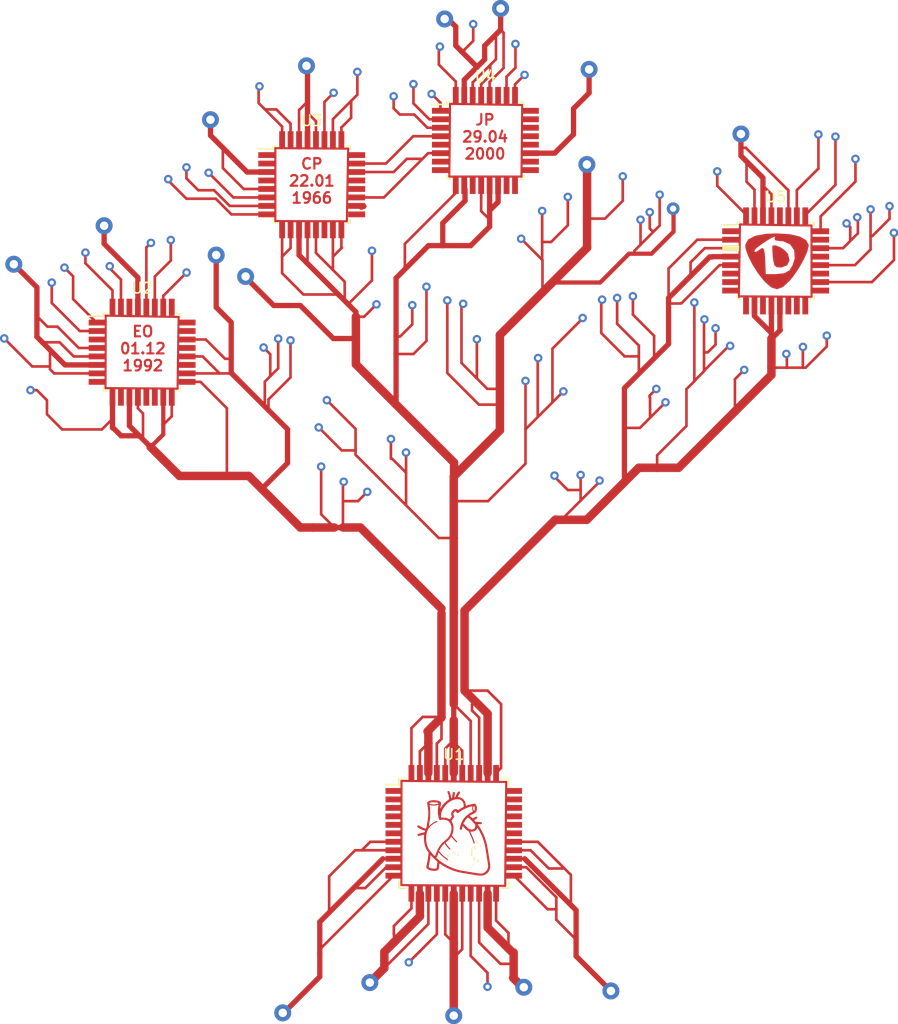
<source format=kicad_pcb>
(kicad_pcb (version 20211014) (generator pcbnew)
  (layers (0 "F.Cu" signal) (31 "B.Cu" signal) (34 "B.Paste" user) (35 "F.Paste" user) (36 "B.SilkS" user "B.Silkscreen") (37 "F.SilkS" user "F.Silkscreen") (38 "B.Mask" user) (39 "F.Mask" user) (44 "Edge.Cuts" user))
  (net 0 "")
  (net 5 "unconnected-(U1-Pad15)")
  (net 6 "unconnected-(U1-Pad19)")
  (net 14 "Net-(U1-Pad17)")
  (net 15 "Net-(U1-Pad18)")
  (net 18 "unconnected-(U1-Pad11)")
  (net 19 "unconnected-(U1-Pad12)")
  (net 20 "unconnected-(U1-Pad20)")
  (net 21 "unconnected-(U1-Pad23)")
  (net 26 "unconnected-(U2-Pad1)")
  (net 27 "unconnected-(U2-Pad2)")
  (net 28 "Net-(U2-Pad3)")
  (net 37 "unconnected-(U2-Pad26)")
  (net 38 "unconnected-(U2-Pad27)")
  (net 39 "unconnected-(U2-Pad28)")
  (net 40 "unconnected-(U2-Pad29)")
  (net 42 "unconnected-(U2-Pad31)")
  (net 43 "unconnected-(U2-Pad32)")
  (net 44 "unconnected-(U1-Pad41)")
  (net 45 "Net-(U2-Pad4)")
  (net 50 "Net-(U3-Pad3)")
  (net 51 "Net-(U3-Pad4)")
  (net 52 "unconnected-(U3-Pad7)")
  (net 53 "unconnected-(U3-Pad8)")
  (net 54 "unconnected-(U3-Pad12)")
  (net 57 "unconnected-(U3-Pad18)")
  (net 62 "unconnected-(U3-Pad23)")
  (net 65 "unconnected-(U3-Pad26)")
  (net 66 "unconnected-(U3-Pad27)")
  (net 68 "unconnected-(U3-Pad29)")
  (net 71 "unconnected-(U3-Pad32)")
  (net 72 "unconnected-(U4-Pad1)")
  (net 73 "unconnected-(U4-Pad2)")
  (net 74 "Net-(U4-Pad3)")
  (net 75 "Net-(U4-Pad4)")
  (net 83 "unconnected-(U4-Pad19)")
  (net 89 "unconnected-(U4-Pad25)")
  (net 90 "unconnected-(U4-Pad26)")
  (net 95 "unconnected-(U4-Pad31)")
  (net 96 "unconnected-(U4-Pad32)")
  (net 98 "Net-(U5-Pad4)")
  (net 106 "unconnected-(U5-Pad18)")
  (net 108 "unconnected-(U5-Pad20)")
  (net 110 "unconnected-(U5-Pad22)")
  (net 112 "unconnected-(U5-Pad24)")
  (net 113 "unconnected-(U5-Pad25)")
  (net 114 "unconnected-(U5-Pad26)")
  (net 116 "unconnected-(U5-Pad32)")
  (footprint "Package_QFP:TQFP-44_10x10mm_P0.8mm" (layer "F.Cu") (at 114.76 97.32)
    (fp_text reference "U1")
    (fp_text value "ATmega16L-8A")
  )
  (footprint "Package_QFP:TQFP-32_7x7mm_P0.8mm" (layer "F.Cu") (at 117.75 31.91)
    (fp_text reference "U4")
    (fp_text value "ATmega8-16A")
  )
  (footprint "Package_QFP:TQFP-32_7x7mm_P0.8mm" (layer "F.Cu") (at 101.34 36.09)
    (fp_text reference "U3")
    (fp_text value "ATmega8-16A")
  )
  (footprint "Package_QFP:TQFP-32_7x7mm_P0.8mm" (layer "F.Cu") (at 85.31 51.9)
    (fp_text reference "U2")
    (fp_text value "ATmega8-16A")
  )
  (footprint "Package_QFP:TQFP-32_7x7mm_P0.8mm" (layer "F.Cu") (at 145.18 43.28)
    (fp_text reference "U5")
    (fp_text value "ATmega8-16A")
  )
  (gr_line (start 121.16 35.32) (end 114.34 35.32) (layer "F.Cu") (width 0.2))
  (gr_line (start 109.81 102.21) (end 109.82 92.37) (layer "F.Cu") (width 0.2))
  (gr_line (start 114.34 35.32) (end 114.41 28.46) (layer "F.Cu") (width 0.2))
  (gr_line (start 148.57 46.67) (end 141.67 46.63) (layer "F.Cu") (width 0.2))
  (gr_line (start 88.76 48.57) (end 88.66 55.34) (layer "F.Cu") (width 0.2))
  (gr_line (start 114.41 28.46) (end 121.23 28.56) (layer "F.Cu") (width 0.2))
  (gr_line (start 81.85 48.45) (end 88.76 48.57) (layer "F.Cu") (width 0.2))
  (gr_line (start 81.87 48.45) (end 81.87 48.5) (layer "F.Cu") (width 0.2))
  (gr_line (start 97.9 32.64) (end 104.78 32.68) (layer "F.Cu") (width 0.2))
  (gr_line (start 121.23 28.56) (end 121.16 35.32) (layer "F.Cu") (width 0.2))
  (gr_line (start 104.78 32.68) (end 104.66 39.54) (layer "F.Cu") (width 0.2))
  (gr_line (start 81.85 55.29) (end 81.87 48.45) (layer "F.Cu") (width 0.2))
  (gr_line (start 97.9 39.52) (end 97.9 32.59) (layer "F.Cu") (width 0.2))
  (gr_line (start 141.81 39.84) (end 148.57 39.94) (layer "F.Cu") (width 0.2))
  (gr_line (start 109.82 92.37) (end 119.72 92.47) (layer "F.Cu") (width 0.2))
  (gr_line (start 119.62 102.28) (end 109.81 102.21) (layer "F.Cu") (width 0.2))
  (gr_line (start 119.72 92.47) (end 119.62 102.28) (layer "F.Cu") (width 0.2))
  (gr_line (start 88.66 55.34) (end 81.85 55.29) (layer "F.Cu") (width 0.2))
  (gr_line (start 104.66 39.54) (end 97.9 39.52) (layer "F.Cu") (width 0.2))
  (gr_line (start 148.57 39.94) (end 148.57 46.67) (layer "F.Cu") (width 0.2))
  (gr_line (start 141.7 46.7) (end 141.81 39.84) (layer "F.Cu") (width 0.2))
  (gr_text "CP\n22.01\n1966" (at 101.35 35.73) (layer "F.Cu") (effects (font (size 1 1) (thickness 0.2))))
  (gr_text "JP\n29.04\n2000" (at 117.72 31.57) (layer "F.Cu") (effects (font (size 1 1) (thickness 0.2))))
  (gr_text "EO\n01.12\n1992" (at 85.38 51.56) (layer "F.Cu") (effects (font (size 1 1) (thickness 0.2))))
  (segment (start 113.16 106.85) (end 110.51 109.5) (width 0.25) (layer "F.Cu") (net 5))
  (segment (start 113.16 103.02) (end 113.16 106.85) (width 0.25) (layer "F.Cu") (net 5))
  (via (at 110.51 109.5) (size 0.8) (drill 0.4) (layers "F.Cu" "B.Cu") (net 5))
  (segment (start 116.36 103.02) (end 116.36 108.9) (width 0.25) (layer "F.Cu") (net 6))
  (segment (start 116.36 108.9) (end 117.78 110.32) (width 0.25) (layer "F.Cu") (net 6))
  (segment (start 117.78 110.32) (end 117.95 110.49) (width 0.25) (layer "F.Cu") (net 6))
  (segment (start 117.95 110.49) (end 117.95 111.8) (width 0.25) (layer "F.Cu") (net 6))
  (via (at 117.95 111.8) (size 0.8) (drill 0.4) (layers "F.Cu" "B.Cu") (net 6))
  (segment (start 142.36 32.6) (end 141.9 32.6) (width 0.25) (layer "F.Cu") (net 14))
  (segment (start 141.9 33.36) (end 141.9 32.6) (width 0.5) (layer "F.Cu") (net 14))
  (segment (start 143.98 36.18) (end 143.98 35.44) (width 0.5) (layer "F.Cu") (net 14))
  (segment (start 146.38 36.62) (end 142.36 32.6) (width 0.25) (layer "F.Cu") (net 14))
  (segment (start 143.18 39.03) (end 143.18 36.56) (width 0.25) (layer "F.Cu") (net 14))
  (segment (start 146.38 39.03) (end 146.38 36.62) (width 0.25) (layer "F.Cu") (net 14))
  (segment (start 142.55 34.01) (end 141.9 33.36) (width 0.5) (layer "F.Cu") (net 14))
  (segment (start 143.18 36.56) (end 142.43 35.81) (width 0.25) (layer "F.Cu") (net 14))
  (segment (start 144.78 39.03) (end 144.78 36.98) (width 0.25) (layer "F.Cu") (net 14))
  (segment (start 143.98 35.44) (end 142.55 34.01) (width 0.5) (layer "F.Cu") (net 14))
  (segment (start 143.98 39.03) (end 143.98 36.18) (width 0.5) (layer "F.Cu") (net 14))
  (segment (start 142.43 34.13) (end 142.55 34.01) (width 0.25) (layer "F.Cu") (net 14))
  (segment (start 141.9 32.6) (end 141.9 31.3) (width 0.5) (layer "F.Cu") (net 14))
  (segment (start 142.43 35.81) (end 142.43 34.13) (width 0.25) (layer "F.Cu") (net 14))
  (segment (start 144.78 36.98) (end 143.98 36.18) (width 0.25) (layer "F.Cu") (net 14))
  (via (at 141.9 31.3) (size 1.6) (drill 0.8) (layers "F.Cu" "B.Cu") (net 14))
  (segment (start 114.76 109.06) (end 114.76 114.53) (width 0.8) (layer "F.Cu") (net 15))
  (segment (start 115.56 108.26) (end 114.76 109.06) (width 0.25) (layer "F.Cu") (net 15))
  (segment (start 115.56 103.02) (end 115.56 108.26) (width 0.25) (layer "F.Cu") (net 15))
  (segment (start 114.76 107.67) (end 114.76 109.06) (width 0.8) (layer "F.Cu") (net 15))
  (segment (start 113.96 106.87) (end 114.76 107.67) (width 0.25) (layer "F.Cu") (net 15))
  (segment (start 114.76 103.02) (end 114.76 107.67) (width 0.8) (layer "F.Cu") (net 15))
  (segment (start 113.96 103.02) (end 113.96 106.87) (width 0.25) (layer "F.Cu") (net 15))
  (segment (start 114.76 114.53) (end 114.84 114.61) (width 0.25) (layer "F.Cu") (net 15))
  (via (at 114.76 114.53) (size 1.6) (drill 0.8) (layers "F.Cu" "B.Cu") (net 15))
  (segment (start 98.69 114.27) (end 98.6 114.27) (width 0.25) (layer "F.Cu") (net 18))
  (segment (start 109.06 101.32) (end 102.1 108.28) (width 0.25) (layer "F.Cu") (net 18))
  (segment (start 108.37 100.52) (end 106.4 102.49) (width 0.25) (layer "F.Cu") (net 18))
  (segment (start 109.06 98.12) (end 106.87 98.12) (width 0.25) (layer "F.Cu") (net 18))
  (segment (start 109.06 99.72) (end 108.06 99.72) (width 0.25) (layer "F.Cu") (net 18))
  (segment (start 106.4 102.49) (end 105.48 102.49) (width 0.25) (layer "F.Cu") (net 18))
  (segment (start 108.06 99.72) (end 105.385 102.395) (width 0.5) (layer "F.Cu") (net 18))
  (segment (start 102.1 108.67) (end 102.1 110.86) (width 0.5) (layer "F.Cu") (net 18))
  (segment (start 109.06 98.92) (end 106.07 98.92) (width 0.25) (layer "F.Cu") (net 18))
  (segment (start 105.44 98.92) (end 102.985 101.375) (width 0.25) (layer "F.Cu") (net 18))
  (segment (start 102.1 108.28) (end 102.1 108.67) (width 0.25) (layer "F.Cu") (net 18))
  (segment (start 102.1 110.86) (end 98.69 114.27) (width 0.5) (layer "F.Cu") (net 18))
  (segment (start 109.06 100.52) (end 108.37 100.52) (width 0.25) (layer "F.Cu") (net 18))
  (segment (start 105.48 102.49) (end 105.385 102.395) (width 0.25) (layer "F.Cu") (net 18))
  (segment (start 105.385 102.395) (end 102.985 104.795) (width 0.5) (layer "F.Cu") (net 18))
  (segment (start 102.1 105.68) (end 102.1 108.67) (width 0.5) (layer "F.Cu") (net 18))
  (segment (start 102.985 101.375) (end 102.985 104.795) (width 0.25) (layer "F.Cu") (net 18))
  (segment (start 106.87 98.12) (end 106.07 98.92) (width 0.25) (layer "F.Cu") (net 18))
  (segment (start 106.07 98.92) (end 105.44 98.92) (width 0.25) (layer "F.Cu") (net 18))
  (segment (start 102.985 104.795) (end 102.1 105.68) (width 0.5) (layer "F.Cu") (net 18))
  (via (at 98.6 114.27) (size 1.6) (drill 0.8) (layers "F.Cu" "B.Cu") (net 18))
  (segment (start 110.76 103.02) (end 110.76 104.41) (width 0.25) (layer "F.Cu") (net 19))
  (segment (start 108.2 108.52) (end 108.2 110.04) (width 0.8) (layer "F.Cu") (net 19))
  (segment (start 112.36 105.88) (end 108.2 110.04) (width 0.25) (layer "F.Cu") (net 19))
  (segment (start 109.115 107.605) (end 108.2 108.52) (width 0.8) (layer "F.Cu") (net 19))
  (segment (start 108.2 110.04) (end 106.83 111.41) (width 0.8) (layer "F.Cu") (net 19))
  (segment (start 109.1 106.07) (end 109.1 106.806828) (width 0.25) (layer "F.Cu") (net 19))
  (segment (start 112.36 103.02) (end 112.36 105.88) (width 0.25) (layer "F.Cu") (net 19))
  (segment (start 111.56 105.16) (end 109.115 107.605) (width 0.8) (layer "F.Cu") (net 19))
  (segment (start 109.115 106.845) (end 109.115 107.605) (width 0.25) (layer "F.Cu") (net 19))
  (segment (start 110.76 104.41) (end 109.1 106.07) (width 0.25) (layer "F.Cu") (net 19))
  (segment (start 109.088414 106.818414) (end 109.115 106.845) (width 0.25) (layer "F.Cu") (net 19))
  (segment (start 109.1 106.806828) (end 109.088414 106.818414) (width 0.25) (layer "F.Cu") (net 19))
  (segment (start 111.56 103.02) (end 111.56 105.16) (width 0.8) (layer "F.Cu") (net 19))
  (via (at 106.83 111.41) (size 1.6) (drill 0.8) (layers "F.Cu" "B.Cu") (net 19))
  (segment (start 120.42 109.64) (end 120.42 110.91) (width 0.8) (layer "F.Cu") (net 20))
  (segment (start 120.31 108.57) (end 120.42 108.57) (width 0.25) (layer "F.Cu") (net 20))
  (segment (start 121.26 111.85) (end 121.38 111.85) (width 0.25) (layer "F.Cu") (net 20))
  (segment (start 119.93 106.72) (end 119.93 108.04) (width 0.25) (layer "F.Cu") (net 20))
  (segment (start 117.96 106.22) (end 118.13 106.39) (width 0.25) (layer "F.Cu") (net 20))
  (segment (start 120.37 110.96) (end 121.26 111.85) (width 0.8) (layer "F.Cu") (net 20))
  (segment (start 119.93 108.04) (end 119.855 108.115) (width 0.25) (layer "F.Cu") (net 20))
  (segment (start 119.855 108.115) (end 120.31 108.57) (width 0.8) (layer "F.Cu") (net 20))
  (segment (start 120.42 110.91) (end 120.37 110.96) (width 0.25) (layer "F.Cu") (net 20))
  (segment (start 118.13 106.39) (end 119.855 108.115) (width 0.8) (layer "F.Cu") (net 20))
  (segment (start 120.42 108.57) (end 120.42 109.64) (width 0.8) (layer "F.Cu") (net 20))
  (segment (start 119.17 109.64) (end 120.42 109.64) (width 0.25) (layer "F.Cu") (net 20))
  (segment (start 117.96 103.02) (end 117.96 106.22) (width 0.8) (layer "F.Cu") (net 20))
  (segment (start 118.76 103.02) (end 118.76 105.55) (width 0.25) (layer "F.Cu") (net 20))
  (segment (start 117.16 103.02) (end 117.16 107.63) (width 0.25) (layer "F.Cu") (net 20))
  (segment (start 117.16 107.63) (end 119.17 109.64) (width 0.25) (layer "F.Cu") (net 20))
  (segment (start 118.76 105.55) (end 119.93 106.72) (width 0.25) (layer "F.Cu") (net 20))
  (via (at 121.38 111.85) (size 1.6) (drill 0.8) (layers "F.Cu" "B.Cu") (net 20))
  (segment (start 124.45 103.35) (end 124.45 104.49) (width 0.25) (layer "F.Cu") (net 21))
  (segment (start 125.03 100.64) (end 125.125 100.545) (width 0.25) (layer "F.Cu") (net 21))
  (segment (start 126.32 107.64) (end 126.32 108.91) (width 0.5) (layer "F.Cu") (net 21))
  (segment (start 120.46 101.32) (end 123.63 104.49) (width 0.25) (layer "F.Cu") (net 21))
  (segment (start 122.02 98.92) (end 123.74 100.64) (width 0.25) (layer "F.Cu") (net 21))
  (segment (start 123.74 100.64) (end 125.03 100.64) (width 0.25) (layer "F.Cu") (net 21))
  (segment (start 120.46 99.72) (end 121.46 99.72) (width 0.25) (layer "F.Cu") (net 21))
  (segment (start 120.46 98.12) (end 122.7 98.12) (width 0.25) (layer "F.Cu") (net 21))
  (segment (start 123.63 104.49) (end 124.45 104.49) (width 0.25) (layer "F.Cu") (net 21))
  (segment (start 126.32 104.58) (end 126.32 107.35) (width 0.5) (layer "F.Cu") (net 21))
  (segment (start 126.32 108.91) (end 129.61 112.2) (width 0.5) (layer "F.Cu") (net 21))
  (segment (start 120.46 98.92) (end 122.02 98.92) (width 0.25) (layer "F.Cu") (net 21))
  (segment (start 124.45 104.49) (end 124.45 105.48) (width 0.25) (layer "F.Cu") (net 21))
  (segment (start 121.46 99.72) (end 125.83 104.09) (width 0.5) (layer "F.Cu") (net 21))
  (segment (start 126.32 107.35) (end 126.32 107.64) (width 0.5) (layer "F.Cu") (net 21))
  (segment (start 121.62 100.52) (end 124.45 103.35) (width 0.25) (layer "F.Cu") (net 21))
  (segment (start 122.7 98.12) (end 125.125 100.545) (width 0.25) (layer "F.Cu") (net 21))
  (segment (start 125.83 104.09) (end 126.32 104.58) (width 0.5) (layer "F.Cu") (net 21))
  (segment (start 120.46 100.52) (end 121.62 100.52) (width 0.25) (layer "F.Cu") (net 21))
  (segment (start 124.45 105.48) (end 126.32 107.35) (width 0.25) (layer "F.Cu") (net 21))
  (segment (start 125.83 101.25) (end 125.83 104.09) (width 0.25) (layer "F.Cu") (net 21))
  (segment (start 125.125 100.545) (end 125.83 101.25) (width 0.25) (layer "F.Cu") (net 21))
  (via (at 129.61 112.2) (size 1.6) (drill 0.8) (layers "F.Cu" "B.Cu") (net 21))
  (segment (start 77.94 43.89) (end 77.94 43.88) (width 0.25) (layer "F.Cu") (net 26))
  (segment (start 78.79 44.74) (end 77.97 43.92) (width 0.25) (layer "F.Cu") (net 26))
  (segment (start 77.97 43.92) (end 77.94 43.89) (width 0.25) (layer "F.Cu") (net 26))
  (segment (start 81.06 49.1) (end 81 49.1) (width 0.25) (layer "F.Cu") (net 26))
  (segment (start 78.79 46.89) (end 78.79 44.74) (width 0.25) (layer "F.Cu") (net 26))
  (segment (start 81 49.1) (end 78.79 46.89) (width 0.25) (layer "F.Cu") (net 26))
  (via (at 77.97 43.92) (size 0.8) (drill 0.4) (layers "F.Cu" "B.Cu") (net 26))
  (segment (start 81.06 49.9) (end 79.42 49.9) (width 0.25) (layer "F.Cu") (net 27))
  (segment (start 76.77 47.25) (end 76.77 45.33) (width 0.25) (layer "F.Cu") (net 27))
  (segment (start 79.42 49.9) (end 76.77 47.25) (width 0.25) (layer "F.Cu") (net 27))
  (via (at 76.77 45.33) (size 0.8) (drill 0.4) (layers "F.Cu" "B.Cu") (net 27))
  (segment (start 87.31 46.58) (end 89.51 44.38) (width 0.25) (layer "F.Cu") (net 37))
  (segment (start 87.31 47.65) (end 87.31 46.58) (width 0.25) (layer "F.Cu") (net 37))
  (segment (start 89.51 44.38) (end 89.65 44.24) (width 0.25) (layer "F.Cu") (net 37))
  (via (at 89.51 44.38) (size 0.8) (drill 0.4) (layers "F.Cu" "B.Cu") (net 37))
  (segment (start 88.02 43.25) (end 88.02 41.31) (width 0.25) (layer "F.Cu") (net 38))
  (segment (start 86.51 47.65) (end 86.51 44.76) (width 0.25) (layer "F.Cu") (net 38))
  (segment (start 88.02 41.31) (end 87.98 41.27) (width 0.25) (layer "F.Cu") (net 38))
  (segment (start 86.51 44.76) (end 88.02 43.25) (width 0.25) (layer "F.Cu") (net 38))
  (via (at 88.02 41.31) (size 0.8) (drill 0.4) (layers "F.Cu" "B.Cu") (net 38))
  (segment (start 85.71 42.01) (end 86.14 41.58) (width 0.25) (layer "F.Cu") (net 39))
  (segment (start 85.71 47.65) (end 85.71 42.01) (width 0.25) (layer "F.Cu") (net 39))
  (via (at 86.14 41.58) (size 0.8) (drill 0.4) (layers "F.Cu" "B.Cu") (net 39))
  (segment (start 84.91 44.85) (end 82.41 42.35) (width 0.5) (layer "F.Cu") (net 40))
  (segment (start 82.41 42.35) (end 81.72 41.66) (width 0.5) (layer "F.Cu") (net 40))
  (segment (start 81.72 41.66) (end 81.72 39.96) (width 0.5) (layer "F.Cu") (net 40))
  (segment (start 84.91 47.65) (end 84.91 44.85) (width 0.5) (layer "F.Cu") (net 40))
  (via (at 81.72 39.96) (size 1.6) (drill 0.8) (layers "F.Cu" "B.Cu") (net 40))
  (segment (start 83.31 47.65) (end 83.31 45.04) (width 0.25) (layer "F.Cu") (net 42))
  (segment (start 83.31 45.04) (end 82.15 43.88) (width 0.25) (layer "F.Cu") (net 42))
  (segment (start 82.15 43.88) (end 82.25 43.78) (width 0.25) (layer "F.Cu") (net 42))
  (via (at 82.25 43.78) (size 0.8) (drill 0.4) (layers "F.Cu" "B.Cu") (net 42))
  (segment (start 82.51 47.65) (end 82.51 46.06) (width 0.25) (layer "F.Cu") (net 43))
  (segment (start 79.95 43.5) (end 79.95 42.5) (width 0.25) (layer "F.Cu") (net 43))
  (segment (start 82.51 46.06) (end 79.95 43.5) (width 0.25) (layer "F.Cu") (net 43))
  (via (at 79.95 42.5) (size 0.8) (drill 0.4) (layers "F.Cu" "B.Cu") (net 43))
  (segment (start 113.6 86.33) (end 113.65 86.38) (width 0.25) (layer "F.Cu") (net 44))
  (segment (start 92.63 53.9) (end 89.56 53.9) (width 0.25) (layer "F.Cu") (net 44))
  (segment (start 97.25 57.37) (end 99.05 59.17) (width 0.5) (layer "F.Cu") (net 44))
  (segment (start 96.905 57.025) (end 96.905 54.685) (width 0.25) (layer "F.Cu") (net 44))
  (segment (start 85.05 59.79) (end 83.32 59.79) (width 0.5) (layer "F.Cu") (net 44))
  (segment (start 93.15 52.52) (end 91.33 50.7) (width 0.25) (layer "F.Cu") (net 44))
  (segment (start 82.57 59.04) (end 82.51 59.04) (width 0.5) (layer "F.Cu") (net 44))
  (segment (start 97.42 54.17) (end 97.42 52.09) (width 0.25) (layer "F.Cu") (net 44))
  (segment (start 85.395 60.135) (end 85.05 59.79) (width 0.5) (layer "F.Cu") (net 44))
  (segment (start 113.6 76.11) (end 105.94 68.45) (width 0.8) (layer "F.Cu") (net 44))
  (segment (start 93.32 57.19) (end 93.32 63.58) (width 0.25) (layer "F.Cu") (net 44))
  (segment (start 104.29 65.96) (end 105.71 65.96) (width 0.25) (layer "F.Cu") (net 44))
  (segment (start 82.51 58.19) (end 81.51 59.19) (width 0.25) (layer "F.Cu") (net 44))
  (segment (start 102.23 62.7) (end 102.24 62.69) (width 0.25) (layer "F.Cu") (net 44))
  (segment (start 81.51 59.19) (end 77.75 59.19) (width 0.25) (layer "F.Cu") (net 44))
  (segment (start 105.71 65.96) (end 106.59 65.08) (width 0.25) (layer "F.Cu") (net 44))
  (segment (start 86.115 60.855) (end 85.395 60.135) (width 0.5) (layer "F.Cu") (net 44))
  (segment (start 98.17 53.42) (end 98.17 50.62) (width 0.25) (layer "F.Cu") (net 44))
  (segment (start 113.16 88.85) (end 113.6 88.41) (width 0.25) (layer "F.Cu") (net 44))
  (segment (start 110.76 87.39) (end 111.82 86.33) (width 0.25) (layer "F.Cu") (net 44))
  (segment (start 88.11 57.95) (end 88.11 56.15) (width 0.25) (layer "F.Cu") (net 44))
  (segment (start 96.905 57.025) (end 97.25 57.37) (width 0.5) (layer "F.Cu") (net 44))
  (segment (start 93.78 53.9) (end 92.63 53.9) (width 0.25) (layer "F.Cu") (net 44))
  (segment (start 84.91 56.15) (end 84.91 57.2) (width 0.25) (layer "F.Cu") (net 44))
  (segment (start 91.03 52.3) (end 89.56 52.3) (width 0.25) (layer "F.Cu") (net 44))
  (segment (start 100.26 68.45) (end 96.615 64.805) (width 0.8) (layer "F.Cu") (net 44))
  (segment (start 110.76 91.62) (end 110.76 87.39) (width 0.25) (layer "F.Cu") (net 44))
  (segment (start 95.39 63.58) (end 93.32 63.58) (width 0.8) (layer "F.Cu") (net 44))
  (segment (start 76.32 56.44) (end 75.36 55.48) (width 0.25) (layer "F.Cu") (net 44))
  (segment (start 87.31 59.66) (end 86.115 60.855) (width 0.4) (layer "F.Cu") (net 44))
  (segment (start 111.56 91.62) (end 111.56 89.59) (width 0.25) (layer "F.Cu") (net 44))
  (segment (start 113.6 86.38) (end 113.65 86.38) (width 0.25) (layer "F.Cu") (net 44))
  (segment (start 104.29 64.2) (end 104.36 64.13) (width 0.25) (layer "F.Cu") (net 44))
  (segment (start 112.36 87.78) (end 112.28 87.7) (width 0.25) (layer "F.Cu") (net 44))
  (segment (start 111.56 89.59) (end 112.36 88.79) (width 0.25) (layer "F.Cu") (net 44))
  (segment (start 89.56 54.7) (end 90.83 54.7) (width 0.25) (layer "F.Cu") (net 44))
  (segment (start 99.33 54.28) (end 99.33 50.78) (width 0.25) (layer "F.Cu") (net 44))
  (segment (start 99.05 59.17) (end 99.05 62.37) (width 0.5) (layer "F.Cu") (net 44))
  (segment (start 77.75 59.19) (end 76.32 57.76) (width 0.25) (layer "F.Cu") (net 44))
  (segment (start 112.36 91.62) (end 112.36 88.79) (width 0.8) (layer "F.Cu") (net 44))
  (segment (start 85.05 59.79) (end 84.11 58.85) (width 0.5) (layer "F.Cu") (net 44))
  (segment (start 113.6 76.55) (end 113.6 76.11) (width 0.5) (layer "F.Cu") (net 44))
  (segment (start 84.91 57.2) (end 85.395 57.685) (width 0.25) (layer "F.Cu") (net 44))
  (segment (start 97.42 54.17) (end 98.17 53.42) (width 0.25) (layer "F.Cu") (net 44))
  (segment (start 105.94 68.45) (end 104.29 68.45) (width 0.8) (layer "F.Cu") (net 44))
  (segment (start 88.84 63.58) (end 86.115 60.855) (width 0.8) (layer "F.Cu") (net 44))
  (segment (start 75.36 55.48) (end 74.76 55.48) (width 0.25) (layer "F.Cu") (net 44))
  (segment (start 85.395 57.685) (end 85.395 60.135) (width 0.25) (layer "F.Cu") (net 44))
  (segment (start 93.73 53.85) (end 94.535 54.655) (width 0.5) (layer "F.Cu") (net 44))
  (segment (start 104.29 68.45) (end 103.48 68.45) (width 0.5) (layer "F.Cu") (net 44))
  (segment (start 93.73 52.52) (end 93.73 53.85) (width 0.5) (layer "F.Cu") (net 44))
  (segment (start 112.36 88.79) (end 112.36 87.78) (width 0.8) (layer "F.Cu") (net 44))
  (segment (start 76.32 57.76) (end 76.32 56.44) (width 0.25) (layer "F.Cu") (net 44))
  (segment (start 103.48 68.45) (end 101.43 68.45) (width 0.8) (layer "F.Cu") (net 44))
  (segment (start 87.31 58.75) (end 88.11 57.95) (width 0.25) (layer "F.Cu") (net 44))
  (segment (start 111.82 86.33) (end 113.6 86.33) (width 0.25) (layer "F.Cu") (net 44))
  (segment (start 92.63 53.9) (end 91.03 52.3) (width 0.25) (layer "F.Cu") (net 44))
  (segment (start 104.29 68.45) (end 104.29 65.96) (width 0.25) (layer "F.Cu") (net 44))
  (segment (start 94.535 54.655) (end 93.78 53.9) (width 0.5) (layer "F.Cu") (net 44))
  (segment (start 91.33 50.7) (end 89.56 50.7) (width 0.25) (layer "F.Cu") (net 44))
  (segment (start 112.28 87.7) (end 113.6 86.38) (width 0.8) (layer "F.Cu") (net 44))
  (segment (start 82.51 59.04) (end 82.51 58.19) (width 0.5) (layer "F.Cu") (net 44))
  (segment (start 92.31 42.73) (end 92.31 47.66) (width 0.5) (layer "F.Cu") (net 44))
  (segment (start 84.11 58.85) (end 84.11 56.15) (width 0.5) (layer "F.Cu") (net 44))
  (segment (start 96.905 54.685) (end 97.42 54.17) (width 0.25) (layer "F.Cu") (net 44))
  (segment (start 97.42 52.09) (end 96.79 51.46) (width 0.25) (layer "F.Cu") (net 44))
  (segment (start 97.25 56.36) (end 99.33 54.28) (width 0.25) (layer "F.Cu") (net 44))
  (segment (start 82.51 58.19) (end 82.51 56.15) (width 0.5) (layer "F.Cu") (net 44))
  (segment (start 104.29 65.96) (end 104.29 64.2) (width 0.25) (layer "F.Cu") (net 44))
  (segment (start 113.6 86.38) (end 113.6 76.55) (width 0.8) (layer "F.Cu") (net 44))
  (segment (start 103.48 68.45) (end 102.23 67.2) (width 0.25) (layer "F.Cu") (net 44))
  (segment (start 96.615 64.805) (end 95.39 63.58) (width 0.8) (layer "F.Cu") (net 44))
  (segment (start 93.32 63.58) (end 88.84 63.58) (width 0.8) (layer "F.Cu") (net 44))
  (segment (start 87.31 56.15) (end 87.31 58.75) (width 0.4) (layer "F.Cu") (net 44))
  (segment (start 113.16 91.62) (end 113.16 88.85) (width 0.25) (layer "F.Cu") (net 44))
  (segment (start 101.43 68.45) (end 100.26 68.45) (width 0.8) (layer "F.Cu") (net 44))
  (segment (start 90.83 54.7) (end 93.32 57.19) (width 0.25) (layer "F.Cu") (net 44))
  (segment (start 92.31 47.66) (end 93.73 49.08) (width 0.5) (layer "F.Cu") (net 44))
  (segment (start 94.535 54.655) (end 96.905 57.025) (width 0.5) (layer "F.Cu") (net 44))
  (segment (start 113.6 88.41) (end 113.6 86.38) (width 0.25) (layer "F.Cu") (net 44))
  (segment (start 97.25 57.37) (end 97.25 56.36) (width 0.25) (layer "F.Cu") (net 44))
  (segment (start 93.73 49.08) (end 93.73 52.52) (width 0.5) (layer "F.Cu") (net 44))
  (segment (start 102.23 67.2) (end 102.23 62.7) (width 0.25) (layer "F.Cu") (net 44))
  (segment (start 93.73 52.52) (end 93.15 52.52) (width 0.25) (layer "F.Cu") (net 44))
  (segment (start 87.31 58.75) (end 87.31 59.66) (width 0.4) (layer "F.Cu") (net 44))
  (segment (start 99.05 62.37) (end 96.615 64.805) (width 0.5) (layer "F.Cu") (net 44))
  (segment (start 83.32 59.79) (end 82.57 59.04) (width 0.5) (layer "F.Cu") (net 44))
  (segment (start 113.6 76.55) (end 113.65 76.5) (width 0.5) (layer "F.Cu") (net 44))
  (via (at 106.59 65.08) (size 0.8) (drill 0.4) (layers "F.Cu" "B.Cu") (net 44))
  (via (at 102.23 62.7) (size 0.8) (drill 0.4) (layers "F.Cu" "B.Cu") (net 44))
  (via (at 92.31 42.73) (size 1.6) (drill 0.8) (layers "F.Cu" "B.Cu") (net 44))
  (via (at 96.79 51.46) (size 0.8) (drill 0.4) (layers "F.Cu" "B.Cu") (net 44))
  (via (at 98.17 50.62) (size 0.8) (drill 0.4) (layers "F.Cu" "B.Cu") (net 44))
  (via (at 99.33 50.78) (size 0.8) (drill 0.4) (layers "F.Cu" "B.Cu") (net 44))
  (via (at 104.36 64.13) (size 0.8) (drill 0.4) (layers "F.Cu" "B.Cu") (net 44))
  (via (at 74.76 55.48) (size 0.8) (drill 0.4) (layers "F.Cu" "B.Cu") (net 44))
  (segment (start 140.93 43.68) (end 139.88 43.68) (width 0.25) (layer "F.Cu") (net 45))
  (segment (start 124.28 63.65) (end 124.28 63.55) (width 0.25) (layer "F.Cu") (net 45))
  (segment (start 133.695 52.485) (end 135.06 51.12) (width 0.5) (layer "F.Cu") (net 45))
  (segment (start 135.06 47.3) (end 135.06 46.79) (width 0.5) (layer "F.Cu") (net 45))
  (segment (start 76.605 53.245) (end 76.605 51.685) (width 0.25) (layer "F.Cu") (net 45))
  (segment (start 132.25 52.29) (end 132.25 51.27) (width 0.25) (layer "F.Cu") (net 45))
  (segment (start 141.33 54.45) (end 142.21 53.57) (width 0.25) (layer "F.Cu") (net 45))
  (segment (start 137.495 47.205) (end 137.51 47.19) (width 0.25) (layer "F.Cu") (net 45))
  (segment (start 128.7 50.09) (end 128.7 47.02) (width 0.25) (layer "F.Cu") (net 45))
  (segment (start 141.33 57.49) (end 144.78 54.04) (width 0.8) (layer "F.Cu") (net 45))
  (segment (start 133.98 62.81) (end 136.01 62.81) (width 0.8) (layer "F.Cu") (net 45))
  (segment (start 137.545 54.565) (end 138.41 53.7) (width 0.25) (layer "F.Cu") (net 45))
  (segment (start 147.75 53.36) (end 147.75 51.41) (width 0.25) (layer "F.Cu") (net 45))
  (segment (start 117.96 83.85) (end 115.78 83.85) (width 0.25) (layer "F.Cu") (net 45))
  (segment (start 124.94 67.72) (end 127.33 67.72) (width 0.8) (layer "F.Cu") (net 45))
  (segment (start 133.695 52.485) (end 133.695 50.355) (width 0.25) (layer "F.Cu") (net 45))
  (segment (start 117.16 86.4) (end 116.49 85.73) (width 0.25) (layer "F.Cu") (net 45))
  (segment (start 77.515 50.965) (end 75.885 50.965) (width 0.25) (layer "F.Cu") (net 45))
  (segment (start 145.58 49.77) (end 145.58 47.53) (width 0.5) (layer "F.Cu") (net 45))
  (segment (start 150.01 51.36) (end 150.01 50.34) (width 0.25) (layer "F.Cu") (net 45))
  (segment (start 137.14 44.71) (end 138.94 42.91) (width 0.5) (layer "F.Cu") (net 45))
  (segment (start 137.78 41.28) (end 135.06 44) (width 0.25) (layer "F.Cu") (net 45))
  (segment (start 132.55 53.63) (end 132.25 53.63) (width 0.25) (layer "F.Cu") (net 45))
  (segment (start 81.06 53.1) (end 78.02 53.1) (width 0.5) (layer "F.Cu") (net 45))
  (segment (start 76.605 51.685) (end 75.885 50.965) (width 0.5) (layer "F.Cu") (net 45))
  (segment (start 138.77 51.91) (end 139.5 51.18) (width 0.25) (layer "F.Cu") (net 45))
  (segment (start 117.16 91.62) (end 117.16 86.4) (width 0.25) (layer "F.Cu") (net 45))
  (segment (start 139.49 52.57) (end 140.76 51.3) (width 0.25) (layer "F.Cu") (net 45))
  (segment (start 76.605 53.505) (end 76.605 53.245) (width 0.25) (layer "F.Cu") (net 45))
  (segment (start 132.55 53.63) (end 133.695 52.485) (width 0.5) (layer "F.Cu") (net 45))
  (segment (start 139.17 42.91) (end 139.2 42.88) (width 0.5) (layer "F.Cu") (net 45))
  (segment (start 130.885 59.045) (end 132.355 59.045) (width 0.25) (layer "F.Cu") (net 45))
  (segment (start 76.605 53.245) (end 74.925 53.245) (width 0.25) (layer "F.Cu") (net 45))
  (segment (start 133.27 56.15) (end 133.27 56) (width 0.25) (layer "F.Cu") (net 45))
  (segment (start 75.885 50.965) (end 75.37 50.45) (width 0.5) (layer "F.Cu") (net 45))
  (segment (start 81.06 51.5) (end 79.32 51.5) (width 0.25) (layer "F.Cu") (net 45))
  (segment (start 126.75 64.91) (end 125.54 64.91) (width 0.25) (layer "F.Cu") (net 45))
  (segment (start 138.41 51.91) (end 138.41 48.84) (width 0.25) (layer "F.Cu") (net 45))
  (segment (start 144.78 53.36) (end 144.78 50.61) (width 0.8) (layer "F.Cu") (net 45))
  (segment (start 125.54 64.91) (end 124.28 63.65) (width 0.25) (layer "F.Cu") (net 45))
  (segment (start 133.98 62.81) (end 133.98 61.63) (width 0.25) (layer "F.Cu") (net 45))
  (segment (start 140.93 41.28) (end 137.78 41.28) (width 0.25) (layer "F.Cu") (net 45))
  (segment (start 135.06 46.79) (end 137.14 44.71) (width 0.5) (layer "F.Cu") (net 45))
  (segment (start 117.96 91.62) (end 117.96 86.03) (width 0.8) (layer "F.Cu") (net 45))
  (segment (start 77.31 49.49) (end 76.36 49.49) (width 0.25) (layer "F.Cu") (net 45))
  (segment (start 133.31 58.09) (end 133.31 56.19) (width 0.25) (layer "F.Cu") (net 45))
  (segment (start 144.78 50.61) (end 144.78 50.09) (width 0.5) (layer "F.Cu") (net 45))
  (segment (start 74.925 53.245) (end 72.28 50.6) (width 0.25) (layer "F.Cu") (net 45))
  (segment (start 145.62 49.81) (end 145.58 49.77) (width 0.5) (layer "F.Cu") (net 45))
  (segment (start 139.2 42.88) (end 140.93 42.88) (width 0.5) (layer "F.Cu") (net 45))
  (segment (start 141.33 57.49) (end 141.33 54.45) (width 0.25) (layer "F.Cu") (net 45))
  (segment (start 115.78 83.85) (end 115.78 76.29) (width 0.8) (layer "F.Cu") (net 45))
  (segment (start 132.25 52.29) (end 130.9 52.29) (width 0.25) (layer "F.Cu") (net 45))
  (segment (start 144.78 53.36) (end 146.24 53.36) (width 0.25) (layer "F.Cu") (net 45))
  (segment (start 75.37 48.4) (end 75.37 45.78) (width 0.5) (layer "F.Cu") (net 45))
  (segment (start 133.31 58.09) (end 134.77 56.63) (width 0.25) (layer "F.Cu") (net 45))
  (segment (start 127.33 67.72) (end 130.885 64.165) (width 0.8) (layer "F.Cu") (net 45))
  (segment (start 133.31 56.19) (end 133.27 56.15) (width 0.25) (layer "F.Cu") (net 45))
  (segment (start 79.32 51.5) (end 77.31 49.49) (width 0.25) (layer "F.Cu") (net 45))
  (segment (start 117.96 86.03) (end 116.79 84.86) (width 0.8) (layer "F.Cu") (net 45))
  (segment (start 146.24 53.36) (end 146.24 52.11) (width 0.25) (layer "F.Cu") (net 45))
  (segment (start 138.41 51.91) (end 138.77 51.91) (width 0.25) (layer "F.Cu") (net 45))
  (segment (start 137.495 54.565) (end 137.545 54.565) (width 0.25) (layer "F.Cu") (net 45))
  (segment (start 146.24 52.11) (end 146.19 52.06) (width 0.25) (layer "F.Cu") (net 45))
  (segment (start 132.355 59.045) (end 133.31 58.09) (width 0.25) (layer "F.Cu") (net 45))
  (segment (start 124.37 67.7) (end 124.39 67.72) (width 0.5) (layer "F.Cu") (net 45))
  (segment (start 116.79 84.86) (end 115.78 83.85) (width 0.8) (layer "F.Cu") (net 45))
  (segment (start 75.37 45.78) (end 73.185 43.595) (width 0.5) (layer "F.Cu") (net 45))
  (segment (start 78.85 52.3) (end 77.515 50.965) (width 0.25) (layer "F.Cu") (net 45))
  (segment (start 144.78 54.04) (end 144.78 53.36) (width 0.8) (layer "F.Cu") (net 45))
  (segment (start 116.49 85.73) (end 116.49 85.16) (width 0.25) (layer "F.Cu") (net 45))
  (segment (start 130.2 49.22) (end 130.2 46.78) (width 0.25) (layer "F.Cu") (net 45))
  (segment (start 140.93 42.08) (end 138.48 42.08) (width 0.25) (layer "F.Cu") (net 45))
  (segment (start 132.25 53.63) (end 132.25 52.29) (width 0.25) (layer "F.Cu") (net 45))
  (segment (start 130.885 64.165) (end 130.885 59.045) (width 0.5) (layer "F.Cu") (net 45))
  (segment (start 116.49 85.16) (end 116.79 84.86) (width 0.25) (layer "F.Cu") (net 45))
  (segment (start 126.75 65.91) (end 128.54 64.12) (width 0.25) (layer "F.Cu") (net 45))
  (segment (start 77 53.9) (end 76.605 53.505) (width 0.25) (layer "F.Cu") (net 45))
  (segment (start 133.98 61.63) (end 136.75 58.86) (width 0.25) (layer "F.Cu") (net 45))
  (segment (start 131.69 48.35) (end 131.69 46.62) (width 0.25) (layer "F.Cu") (net 45))
  (segment (start 136.01 62.81) (end 141.33 57.49) (width 0.8) (layer "F.Cu") (net 45))
  (segment (start 144.78 50.09) (end 143.18 48.49) (width 0.5) (layer "F.Cu") (net 45))
  (segment (start 130.885 64.165) (end 132.24 62.81) (width 0.8) (layer "F.Cu") (net 45))
  (segment (start 81.06 52.3) (end 78.85 52.3) (width 0.25) (layer "F.Cu") (net 45))
  (segment (start 133.695 50.355) (end 131.69 48.35) (width 0.25) (layer "F.Cu") (net 45))
  (segment (start 133.27 56) (end 133.9 55.37) (width 0.25) (layer "F.Cu") (net 45))
  (segment (start 138.41 48.84) (end 138.45 48.8) (width 0.25) (layer "F.Cu") (net 45))
  (segment (start 138.41 53.65) (end 139.49 52.57) (width 0.25) (layer "F.Cu") (net 45))
  (segment (start 135.06 51.12) (end 135.06 47.3) (width 0.5) (layer "F.Cu") (net 45))
  (segment (start 146.24 53.36) (end 147.75 53.36) (width 0.25) (layer "F.Cu") (net 45))
  (segment (start 147.75 53.36) (end 148.01 53.36) (width 0.25) (layer "F.Cu") (net 45))
  (segment (start 135.06 44) (end 135.06 46.79) (width 0.25) (layer "F.Cu") (net 45))
  (segment (start 137.14 43.42) (end 137.14 44.71) (width 0.25) (layer "F.Cu") (net 45))
  (segment (start 128.54 64.12) (end 128.54 64.02) (width 0.25) (layer "F.Cu") (net 45))
  (segment (start 139.5 49.64) (end 139.49 49.65) (width 0.25) (layer "F.Cu") (net 45))
  (segment (start 130.885 59.045) (end 130.885 55.295) (width 0.5) (layer "F.Cu") (net 45))
  (segment (start 78.02 53.1) (end 76.605 51.685) (width 0.5) (layer "F.Cu") (net 45))
  (segment (start 147.75 51.41) (end 147.76 51.4) (width 0.25) (layer "F.Cu") (net 45))
  (segment (start 124.39 67.72) (end 124.94 67.72) (width 0.8) (layer "F.Cu") (net 45))
  (segment (start 138.48 42.08) (end 137.14 43.42) (width 0.25) (layer "F.Cu") (net 45))
  (segment (start 136.26 47.3) (end 135.06 47.3) (width 0.25) (layer "F.Cu") (net 45))
  (segment (start 128.7 47.02) (end 128.78 46.94) (width 0.25) (layer "F.Cu") (net 45))
  (segment (start 136.75 58.86) (end 136.75 55.39) (width 0.25) (layer "F.Cu") (net 45))
  (segment (start 124.94 67.72) (end 126.75 65.91) (width 0.25) (layer "F.Cu") (net 45))
  (segment (start 138.41 53.7) (end 138.41 53.65) (width 0.25) (layer "F.Cu") (net 45))
  (segment (start 139.5 51.18) (end 139.5 49.64) (width 0.25) (layer "F.Cu") (net 45))
  (segment (start 76.36 49.49) (end 75.37 48.5) (width 0.25) (layer "F.Cu") (net 45))
  (segment (start 148.01 53.36) (end 150.01 51.36) (width 0.25) (layer "F.Cu") (net 45))
  (segment (start 143.18 48.49) (end 143.18 47.53) (width 0.5) (layer "F.Cu") (net 45))
  (segment (start 132.25 51.27) (end 130.2 49.22) (width 0.25) (layer "F.Cu") (net 45))
  (segment (start 81.06 53.9) (end 77 53.9) (width 0.25) (layer "F.Cu") (net 45))
  (segment (start 130.9 52.29) (end 128.7 50.09) (width 0.25) (layer "F.Cu") (net 45))
  (segment (start 138.94 42.91) (end 139.17 42.91) (width 0.5) (layer "F.Cu") (net 45))
  (segment (start 130.885 55.295) (end 132.55 53.63) (width 0.5) (layer "F.Cu") (net 45))
  (segment (start 126.75 65.91) (end 126.75 64.91) (width 0.25) (layer "F.Cu") (net 45))
  (segment (start 138.41 53.65) (end 138.41 51.91) (width 0.25) (layer "F.Cu") (net 45))
  (segment (start 140.76 51.3) (end 140.88 51.3) (width 0.25) (layer "F.Cu") (net 45))
  (segment (start 75.37 48.5) (end 75.37 48.4) (width 0.25) (layer "F.Cu") (net 45))
  (segment (start 132.24 62.81) (end 133.98 62.81) (width 0.8) (layer "F.Cu") (net 45))
  (segment (start 137.495 54.565) (end 137.495 47.205) (width 0.25) (layer "F.Cu") (net 45))
  (segment (start 144.78 50.61) (end 144.82 50.61) (width 0.5) (layer "F.Cu") (net 45))
  (segment (start 115.78 76.29) (end 124.37 67.7) (width 0.8) (layer "F.Cu") (net 45))
  (segment (start 119.23 91.15) (end 119.23 85.12) (width 0.25) (layer "F.Cu") (net 45))
  (segment (start 118.76 91.62) (end 119.23 91.15) (width 0.25) (layer "F.Cu") (net 45))
  (segment (start 137.495 54.645) (end 137.495 54.565) (width 0.25) (layer "F.Cu") (net 45))
  (segment (start 119.23 85.12) (end 117.96 83.85) (width 0.25) (layer "F.Cu") (net 45))
  (segment (start 139.88 43.68) (end 136.26 47.3) (width 0.25) (layer "F.Cu") (net 45))
  (segment (start 144.78 50.09) (end 144.78 47.53) (width 0.5) (layer "F.Cu") (net 45))
  (segment (start 136.75 55.39) (end 137.495 54.645) (width 0.25) (layer "F.Cu") (net 45))
  (segment (start 75.37 50.45) (end 75.37 48.4) (width 0.5) (layer "F.Cu") (net 45))
  (segment (start 126.75 64.91) (end 126.75 63.49) (width 0.25) (layer "F.Cu") (net 45))
  (segment (start 144.82 50.61) (end 145.62 49.81) (width 0.5) (layer "F.Cu") (net 45))
  (segment (start 73.185 43.595) (end 73.17 43.58) (width 0.5) (layer "F.Cu") (net 45))
  (via (at 126.75 63.49) (size 0.8) (drill 0.4) (layers "F.Cu" "B.Cu") (net 45))
  (via (at 133.9 55.37) (size 0.8) (drill 0.4) (layers "F.Cu" "B.Cu") (net 45))
  (via (at 124.28 63.55) (size 0.8) (drill 0.4) (layers "F.Cu" "B.Cu") (net 45))
  (via (at 138.45 48.8) (size 0.8) (drill 0.4) (layers "F.Cu" "B.Cu") (net 45))
  (via (at 72.28 50.6) (size 0.8) (drill 0.4) (layers "F.Cu" "B.Cu") (net 45))
  (via (at 137.495 47.205) (size 0.8) (drill 0.4) (layers "F.Cu" "B.Cu") (net 45))
  (via (at 128.78 46.94) (size 0.8) (drill 0.4) (layers "F.Cu" "B.Cu") (net 45))
  (via (at 140.88 51.3) (size 0.8) (drill 0.4) (layers "F.Cu" "B.Cu") (net 45))
  (via (at 142.21 53.57) (size 0.8) (drill 0.4) (layers "F.Cu" "B.Cu") (net 45))
  (via (at 131.69 46.62) (size 0.8) (drill 0.4) (layers "F.Cu" "B.Cu") (net 45))
  (via (at 147.76 51.4) (size 0.8) (drill 0.4) (layers "F.Cu" "B.Cu") (net 45))
  (via (at 146.19 52.06) (size 0.8) (drill 0.4) (layers "F.Cu" "B.Cu") (net 45))
  (via (at 139.5 49.64) (size 0.8) (drill 0.4) (layers "F.Cu" "B.Cu") (net 45))
  (via (at 150.01 50.34) (size 0.8) (drill 0.4) (layers "F.Cu" "B.Cu") (net 45))
  (via (at 73.185 43.595) (size 1.6) (drill 0.8) (layers "F.Cu" "B.Cu") (net 45))
  (via (at 130.2 46.78) (size 0.8) (drill 0.4) (layers "F.Cu" "B.Cu") (net 45))
  (via (at 134.77 56.63) (size 0.8) (drill 0.4) (layers "F.Cu" "B.Cu") (net 45))
  (via (at 128.54 64.02) (size 0.8) (drill 0.4) (layers "F.Cu" "B.Cu") (net 45))
  (segment (start 95.23 34.89) (end 94.31 33.97) (width 0.5) (layer "F.Cu") (net 50))
  (segment (start 92.94 32.6) (end 91.77 31.43) (width 0.5) (layer "F.Cu") (net 50))
  (segment (start 97.09 34.89) (end 95.23 34.89) (width 0.5) (layer "F.Cu") (net 50))
  (segment (start 92.94 34.52) (end 92.94 32.6) (width 0.25) (layer "F.Cu") (net 50))
  (segment (start 97.09 36.49) (end 94.91 36.49) (width 0.25) (layer "F.Cu") (net 50))
  (segment (start 94.91 36.49) (end 92.94 34.52) (width 0.25) (layer "F.Cu") (net 50))
  (segment (start 91.77 31.43) (end 91.77 29.95) (width 0.5) (layer "F.Cu") (net 50))
  (segment (start 94.31 33.97) (end 92.94 32.6) (width 0.5) (layer "F.Cu") (net 50))
  (via (at 91.77 29.95) (size 1.6) (drill 0.8) (layers "F.Cu" "B.Cu") (net 50))
  (segment (start 93.93 37.29) (end 91.6 34.96) (width 0.25) (layer "F.Cu") (net 51))
  (segment (start 97.09 37.29) (end 93.93 37.29) (width 0.25) (layer "F.Cu") (net 51))
  (via (at 91.6 34.96) (size 0.8) (drill 0.4) (layers "F.Cu" "B.Cu") (net 51))
  (segment (start 92.106396 36.61) (end 90.62 36.61) (width 0.25) (layer "F.Cu") (net 52))
  (segment (start 93.586396 38.09) (end 92.106396 36.61) (width 0.25) (layer "F.Cu") (net 52))
  (segment (start 90.62 36.61) (end 89.5 35.49) (width 0.25) (layer "F.Cu") (net 52))
  (segment (start 97.09 38.09) (end 93.586396 38.09) (width 0.25) (layer "F.Cu") (net 52))
  (segment (start 89.5 35.49) (end 89.5 34.45) (width 0.25) (layer "F.Cu") (net 52))
  (via (at 89.5 34.45) (size 0.8) (drill 0.4) (layers "F.Cu" "B.Cu") (net 52))
  (segment (start 92.27 37.41) (end 89.5 37.41) (width 0.25) (layer "F.Cu") (net 53))
  (segment (start 89.5 37.41) (end 87.78 35.69) (width 0.25) (layer "F.Cu") (net 53))
  (segment (start 87.78 35.69) (end 87.78 35.56) (width 0.25) (layer "F.Cu") (net 53))
  (segment (start 93.75 38.89) (end 92.27 37.41) (width 0.25) (layer "F.Cu") (net 53))
  (segment (start 97.09 38.89) (end 93.75 38.89) (width 0.25) (layer "F.Cu") (net 53))
  (via (at 87.78 35.56) (size 0.8) (drill 0.4) (layers "F.Cu" "B.Cu") (net 53))
  (segment (start 114.76 88.73) (end 114.76 88.52) (width 0.5) (layer "F.Cu") (net 54))
  (segment (start 132.41 41.75) (end 133.71 40.45) (width 0.25) (layer "F.Cu") (net 54))
  (segment (start 108.82 61.95) (end 108.82 60.1) (width 0.25) (layer "F.Cu") (net 54))
  (segment (start 105.51 48.55) (end 106.29 48.55) (width 0.25) (layer "F.Cu") (net 54))
  (segment (start 109.31 52.07) (end 110.95 52.07) (width 0.25) (layer "F.Cu") (net 54))
  (segment (start 109.315 56.845) (end 105.51 53.04) (width 0.8) (layer "F.Cu") (net 54))
  (segment (start 100.26 47.49) (end 97.75 47.49) (width 0.5) (layer "F.Cu") (net 54))
  (segment (start 110.14 41.67) (end 110.14 43.81) (width 0.25) (layer "F.Cu") (net 54))
  (segment (start 104.14 41.96) (end 104.14 40.34) (width 0.25) (layer "F.Cu") (net 54))
  (segment (start 110.14 43.81) (end 110.27 43.94) (width 0.25) (layer "F.Cu") (net 54))
  (segment (start 129.05 39.29) (end 130.73 37.61) (width 0.25) (layer "F.Cu") (net 54))
  (segment (start 113.72 39.71) (end 115.825 37.605) (width 0.5) (layer "F.Cu") (net 54))
  (segment (start 114.76 69.44) (end 114.76 65.96) (width 0.8) (layer "F.Cu") (net 54))
  (segment (start 121.54 59.18) (end 121.54 54.61) (width 0.25) (layer "F.Cu") (net 54))
  (segment (start 95.09 44.83) (end 95.09 44.75) (width 0.5) (layer "F.Cu") (net 54))
  (segment (start 109.315 56.845) (end 109.31 56.84) (width 0.5) (layer "F.Cu") (net 54))
  (segment (start 114.76 65.96) (end 114.76 63.64) (width 0.8) (layer "F.Cu") (net 54))
  (segment (start 113.96 91.62) (end 113.96 89.32) (width 0.25) (layer "F.Cu") (net 54))
  (segment (start 104.17 61.17) (end 102 59) (width 0.25) (layer "F.Cu") (net 54))
  (segment (start 117.35 36.16) (end 117.35 38.58) (width 0.25) (layer "F.Cu") (net 54))
  (segment (start 117.35 38.58) (end 118.15 39.38) (width 0.25) (layer "F.Cu") (net 54))
  (segment (start 104.455 45.245) (end 104.455 47.045) (width 0.25) (layer "F.Cu") (net 54))
  (segment (start 124.085 56.635) (end 125.12 55.6) (width 0.25) (layer "F.Cu") (net 54))
  (segment (start 123.115 43.175) (end 123.115 41.495) (width 0.25) (layer "F.Cu") (net 54))
  (segment (start 114.76 76.56) (end 114.92 76.4) (width 0.5) (layer "F.Cu") (net 54))
  (segment (start 132.41 41.75) (end 132.41 39.39) (width 0.25) (layer "F.Cu") (net 54))
  (segment (start 105.51 48.55) (end 105.51 48.1) (width 0.5) (layer "F.Cu") (net 54))
  (segment (start 104.78 47.37) (end 104.455 47.045) (width 0.5) (layer "F.Cu") (net 54))
  (segment (start 108.93 61.95) (end 108.82 61.95) (width 0.25) (layer "F.Cu") (net 54))
  (segment (start 116.945 50.675) (end 116.99 50.63) (width 0.25) (layer "F.Cu") (net 54))
  (segment (start 103.38 50.61) (end 100.26 47.49) (width 0.5) (layer "F.Cu") (net 54))
  (segment (start 123.145 46.245) (end 123.895 45.495) (width 0.8) (layer "F.Cu") (net 54))
  (segment (start 125.54 39.92) (end 125.54 37.24) (width 0.25) (layer "F.Cu") (net 54))
  (segment (start 133.51 40.45) (end 133.28 40.22) (width 0.25) (layer "F.Cu") (net 54))
  (segment (start 104.455 47.045) (end 103.86 46.45) (width 0.5) (layer "F.Cu") (net 54))
  (segment (start 100.14 42.73) (end 100.14 40.34) (width 0.5) (layer "F.Cu") (net 54))
  (segment (start 134.22 39.94) (end 134.22 37.03) (width 0.25) (layer "F.Cu") (net 54))
  (segment (start 114.76 88.52) (end 114.76 86.64) (width 0.8) (layer "F.Cu") (net 54))
  (segment (start 103.34 44.13) (end 103.38 44.17) (width 0.25) (layer "F.Cu") (net 54))
  (segment (start 115.56 91.62) (end 115.56 89.53) (width 0.25) (layer "F.Cu") (net 54))
  (segment (start 109.31 56.84) (end 109.31 52.07) (width 0.5) (layer "F.Cu") (net 54))
  (segment (start 109.31 50.42) (end 109.69 50.42) (width 0.25) (layer "F.Cu") (net 54))
  (segment (start 114.76 63.41) (end 114.79 63.38) (width 0.5) (layer "F.Cu") (net 54))
  (segment (start 110.95 52.07) (end 112.18 50.84) (width 0.25) (layer "F.Cu") (net 54))
  (segment (start 112.37 41.84) (end 113.72 41.84) (width 0.5) (layer "F.Cu") (net 54))
  (segment (start 119.12 55.36) (end 117.93 55.36) (width 0.25) (layer "F.Cu") (net 54))
  (segment (start 114.76 63.64) (end 114.76 63.41) (width 0.5) (layer "F.Cu") (net 54))
  (segment (start 105.48 61.58) (end 105.48 61.17) (width 0.25) (layer "F.Cu") (net 54))
  (segment (start 114.76 86.64) (end 114.76 85.12) (width 0.5) (layer "F.Cu") (net 54))
  (segment (start 101.74 40.34) (end 101.74 42.53) (width 0.25) (layer "F.Cu") (net 54))
  (segment (start 119.12 59.28) (end 119.12 56.85) (width 0.8) (layer "F.Cu") (net 54))
  (segment (start 133.28 40.22) (end 133.28 38.68) (width 0.25) (layer "F.Cu") (net 54))
  (segment (start 112.18 50.84) (end 112.18 45.72) (width 0.25) (layer "F.Cu") (net 54))
  (segment (start 104.18 42.04) (end 104.18 42) (width 0.25) (layer "F.Cu") (net 54))
  (segment (start 131.84 42.32) (end 132.41 41.75) (width 0.25) (layer "F.Cu") (net 54))
  (segment (start 118.95 37.72) (end 118.95 36.16) (width 0.5) (layer "F.Cu") (net 54))
  (segment (start 103.34 42.88) (end 103.34 44.13) (width 0.25) (layer "F.Cu") (net 54))
  (segment (start 122.695 58.025) (end 124.085 56.635) (width 0.25) (layer "F.Cu") (net 54))
  (segment (start 114.76 91.62) (end 114.76 88.73) (width 0.8) (layer "F.Cu") (net 54))
  (segment (start 116.945 54.375) (end 115.49 52.92) (width 0.25) (layer "F.Cu") (net 54))
  (segment (start 121.54 62.42) (end 121.54 59.18) (width 0.25) (layer "F.Cu") (net 54))
  (segment (start 101.74 42.53) (end 103.38 44.17) (width 0.25) (layer "F.Cu") (net 54))
  (segment (start 105.48 61.17) (end 104.17 61.17) (width 0.25) (layer "F.Cu") (net 54))
  (segment (start 113.34 69.44) (end 110.255 66.355) (width 0.25) (layer "F.Cu") (net 54))
  (segment (start 103.34 42.88) (end 104.18 42.04) (width 0.25) (layer "F.Cu") (net 54))
  (segment (start 121.54 59.18) (end 122.695 58.025) (width 0.25) (layer "F.Cu") (net 54))
  (segment (start 118.15 38.52) (end 118.15 36.16) (width 0.5) (layer "F.Cu") (net 54))
  (segment (start 114.76 85.12) (end 114.76 76.56) (width 0.8) (layer "F.Cu") (net 54))
  (segment (start 104.78 47.37) (end 107.03 45.12) (width 0.25) (layer "F.Cu") (net 54))
  (segment (start 114.15 53.86) (end 114.15 47.01) (width 0.25) (layer "F.Cu") (net 54))
  (segment (start 109.69 50.42) (end 110.84 49.27) (width 0.25) (layer "F.Cu") (net 54))
  (segment (start 123.965 41.495) (end 125.54 39.92) (width 0.25) (layer "F.Cu") (net 54))
  (segment (start 114.95 36.16) (end 114.95 36.86) (width 0.25) (layer "F.Cu") (net 54))
  (segment (start 109.31 52.07) (end 109.31 50.42) (width 0.5) (layer "F.Cu") (net 54))
  (segment (start 114.76 69.44) (end 113.34 69.44) (width 0.25) (layer "F.Cu") (net 54))
  (segment (start 109.31 50.42) (end 109.31 44.9) (width 0.5) (layer "F.Cu") (net 54))
  (segment (start 131.32 42.6) (end 131.84 42.6) (width 0.4) (layer "F.Cu") (net 54))
  (segment (start 105.48 61.17) (end 105.48 59.67) (width 0.25) (layer "F.Cu") (net 54))
  (segment (start 128.6 45.32) (end 131.32 42.6) (width 0.4) (layer "F.Cu") (net 54))
  (segment (start 103.86 46.45) (end 100.81 43.4) (width 0.5) (layer "F.Cu") (net 54))
  (segment (start 110.84 49.27) (end 110.84 47.46) (width 0.25) (layer "F.Cu") (net 54))
  (segment (start 104.18 42) (end 104.14 41.96) (width 0.25) (layer "F.Cu") (net 54))
  (segment (start 118.15 40.05) (end 118.15 39.38) (width 0.5) (layer "F.Cu") (net 54))
  (segment (start 127.36 39.29) (end 129.05 39.29) (width 0.25) (layer "F.Cu") (net 54))
  (segment (start 135.53 38.39) (end 135.49 38.35) (width 0.4) (layer "F.Cu") (net 54))
  (segment (start 119.12 56.85) (end 119.12 55.36) (width 0.8) (layer "F.Cu") (net 54))
  (segment (start 116.36 41.84) (end 118.15 40.05) (width 0.5) (layer "F.Cu") (net 54))
  (segment (start 130.73 37.61) (end 130.73 35.3) (width 0.25) (layer "F.Cu") (net 54))
  (segment (start 103.34 40.34) (end 103.34 42.88) (width 0.25) (layer "F.Cu") (net 54))
  (segment (start 123.895 45.495) (end 127.36 42.03) (width 0.8) (layer "F.Cu") (net 54))
  (segment (start 103.38 44.17) (end 104.455 45.245) (width 0.25) (layer "F.Cu") (net 54))
  (segment (start 106.29 48.55) (end 107.46 47.38) (width 0.25) (layer "F.Cu") (net 54))
  (segment (start 123.115 43.175) (end 121.13 41.19) (width 0.25) (layer "F.Cu") (net 54))
  (segment (start 119.12 55.36) (end 119.12 50.27) (width 0.8) (layer "F.Cu") (net 54))
  (segment (start 131.84 42.6) (end 133.45 42.6) (width 0.4) (layer "F.Cu") (net 54))
  (segment (start 115.49 52.92) (end 115.49 47.49) (width 0.25) (layer "F.Cu") (net 54))
  (segment (start 124.085 56.635) (end 124.085 51.565) (width 0.25) (layer "F.Cu") (net 54))
  (segment (start 113.96 89.32) (end 114.76 88.52) (width 0.25) (layer "F.Cu") (net 54))
  (segment (start 98.54 42.87) (end 98.54 44.44) (width 0.25) (layer "F.Cu") (net 54))
  (segment (start 117.93 55.36) (end 116.945 54.375) (width 0.25) (layer "F.Cu") (net 54))
  (segment (start 108.825 60.095) (end 108.93 59.99) (width 0.25) (layer "F.Cu") (net 54))
  (segment (start 100.94 43.27) (end 100.81 43.4) (width 0.25) (layer "F.Cu") (net 54))
  (segment (start 108.82 60.1) (end 108.825 60.095) (width 0.25) (layer "F.Cu") (net 54))
  (segment (start 113.72 41.84) (end 113.72 39.71) (width 0.5) (layer "F.Cu") (net 54))
  (segment (start 131.84 42.6) (end 131.84 42.32) (width 0.25) (layer "F.Cu") (net 54))
  (segment (start 122.695 52.485) (end 122.73 52.45) (width 0.25) (layer "F.Cu") (net 54))
  (segment (start 119.12 50.27) (end 123.145 46.245) (width 0.8) (layer "F.Cu") (net 54))
  (segment (start 114.76 63.64) (end 119.12 59.28) (width 0.8) (layer "F.Cu") (net 54))
  (segment (start 105.51 50.61) (end 105.51 48.55) (width 0.8) (layer "F.Cu") (net 54))
  (segment (start 118.15 38.52) (end 118.95 37.72) (width 0.5) (layer "F.Cu") (net 54))
  (segment (start 98.54 40.34) (end 98.54 42.87) (width 0.25) (layer "F.Cu") (net 54))
  (segment (start 114.76 65.96) (end 118 65.96) (width 0.25) (layer "F.Cu") (net 54))
  (segment (start 119.12 56.85) (end 117.14 56.85) (width 0.25) (layer "F.Cu") (net 54))
  (segment (start 98.54 44.44) (end 100.55 46.45) (width 0.25) (layer "F.Cu") (net 54))
  (segment (start 110.255 63.275) (end 108.93 61.95) (width 0.25) (layer "F.Cu") (net 54))
  (segment (start 114.95 36.86) (end 110.14 41.67) (width 0.25) (layer "F.Cu") (net 54))
  (segment (start 133.71 40.45) (end 134.22 39.94) (width 0.25) (layer "F.Cu") (net 54))
  (segment (start 127.36 39.29) (end 127.36 34.2) (width 0.8) (layer "F.Cu") (net 54))
  (segment (start 115.56 89.53) (end 114.76 88.73) (width 0.25) (layer "F.Cu") (net 54))
  (segment (start 114.79 63.38) (end 114.79 62.32) (width 0.8) (layer "F.Cu") (net 54))
  (segment (start 99.34 40.34) (end 99.34 42.07) (width 0.25) (layer "F.Cu") (net 54))
  (segment (start 110.27 43.94) (end 112.37 41.84) (width 0.5) (layer "F.Cu") (net 54))
  (segment (start 110.255 63.275) (end 110.255 61.375) (width 0.25) (layer "F.Cu") (net 54))
  (segment (start 126.94 48.71) (end 126.94 48.67) (width 0.25) (layer "F.Cu") (net 54))
  (segment (start 105.69 61.79) (end 105.48 61.58) (width 0.25) (layer "F.Cu") (net 54))
  (segment (start 122.695 58.025) (end 122.695 52.485) (width 0.25) (layer "F.Cu") (net 54))
  (segment (start 115.825 37.605) (end 115.825 36.54) (width 0.5) (layer "F.Cu") (net 54))
  (segment (start 110.255 66.355) (end 110.255 63.275) (width 0.25) (layer "F.Cu") (net 54))
  (segment (start 116.36 91.62) (end 116.36 86.72) (width 0.25) (layer "F.Cu") (net 54))
  (segment (start 116.36 86.72) (end 114.76 85.12) (width 0.25) (layer "F.Cu") (net 54))
  (segment (start 97.75 47.49) (end 95.09 44.83) (width 0.5) (layer "F.Cu") (net 54))
  (segment (start 99.34 42.07) (end 98.54 42.87) (width 0.25) (layer "F.Cu") (net 54))
  (segment (start 123.145 43.205) (end 123.115 43.175) (width 0.25) (layer "F.Cu") (net 54))
  (segment (start 114.79 62.32) (end 109.315 56.845) (width 0.8) (layer "F.Cu") (net 54))
  (segment (start 105.51 50.61) (end 103.38 50.61) (width 0.5) (layer "F.Cu") (net 54))
  (segment (start 100.55 46.45) (end 103.86 46.45) (width 0.25) (layer "F.Cu") (net 54))
  (segment (start 116.945 54.375) (end 116.945 50.675) (width 0.25) (layer "F.Cu") (net 54))
  (segment (start 132.41 39.39) (end 132.49 39.31) (width 0.25) (layer "F.Cu") (net 54))
  (segment (start 135.49 38.35) (end 135.45 38.31) (width 0.4) (layer "F.Cu") (net 54))
  (segment (start 127.36 42.03) (end 127.36 39.29) (width 0.8) (layer "F.Cu") (net 54))
  (segment (start 124.07 45.32) (end 128.6 45.32) (width 0.4) (layer "F.Cu") (net 54))
  (segment (start 124.085 51.565) (end 126.94 48.71) (width 0.25) (layer "F.Cu") (net 54))
  (segment (start 110.255 61.375) (end 110.25 61.37) (width 0.25) (layer "F.Cu") (net 54))
  (segment (start 117.14 56.85) (end 114.15 53.86) (width 0.25) (layer "F.Cu") (net 54))
  (segment (start 107.03 45.12) (end 107.03 42.32) (width 0.25) (layer "F.Cu") (net 54))
  (segment (start 123.115 41.495) (end 123.115 38.565) (width 0.25) (layer "F.Cu") (net 54))
  (segment (start 113.72 41.84) (end 116.36 41.84) (width 0.5) (layer "F.Cu") (net 54))
  (segment (start 100.81 43.4) (end 100.14 42.73) (width 0.5) (layer "F.Cu") (net 54))
  (segment (start 135.53 40.52) (end 135.53 38.39) (width 0.4) (layer "F.Cu") (net 54))
  (segment (start 123.895 45.495) (end 124.07 45.32) (width 0.5) (layer "F.Cu") (net 54))
  (segment (start 123.145 46.245) (end 123.145 43.205) (width 0.25) (layer "F.Cu") (net 54))
  (segment (start 118.15 39.38) (end 118.15 38.52) (width 0.5) (layer "F.Cu") (net 54))
  (segment (start 105.48 59.14) (end 102.77 56.43) (width 0.25) (layer "F.Cu") (net 54))
  (segment (start 100.94 40.34) (end 100.94 43.27) (width 0.25) (layer "F.Cu") (net 54))
  (segment (start 109.31 44.9) (end 110.27 43.94) (width 0.5) (layer "F.Cu") (net 54))
  (segment (start 115.49 47.49) (end 115.65 47.33) (width 0.25) (layer "F.Cu") (net 54))
  (segment (start 127.36 34.2) (end 127.34 34.18) (width 0.5) (layer "F.Cu") (net 54))
  (segment (start 133.71 40.45) (end 133.51 40.45) (width 0.25) (layer "F.Cu") (net 54))
  (segment (start 105.51 53.04) (end 105.51 50.61) (width 0.8) (layer "F.Cu") (net 54))
  (segment (start 133.45 42.6) (end 135.53 40.52) (width 0.4) (layer "F.Cu") (net 54))
  (segment (start 110.255 66.355) (end 105.69 61.79) (width 0.25) (layer "F.Cu") (net 54))
  (segment (start 123.115 41.495) (end 123.965 41.495) (width 0.25) (layer "F.Cu") (net 54))
  (segment (start 105.51 48.1) (end 104.78 47.37) (width 0.5) (layer "F.Cu") (net 54))
  (segment (start 118 65.96) (end 121.54 62.42) (width 0.25) (layer "F.Cu") (net 54))
  (segment (start 114.76 76.56) (end 114.76 69.44) (width 0.8) (layer "F.Cu") (net 54))
  (segment (start 105.48 59.67) (end 105.48 59.14) (width 0.25) (layer "F.Cu") (net 54))
  (via (at 112.18 45.72) (size 0.8) (drill 0.4) (layers "F.Cu" "B.Cu") (net 54))
  (via (at 126.94 48.67) (size 0.8) (drill 0.4) (layers "F.Cu" "B.Cu") (net 54))
  (via (at 114.15 47.01) (size 0.8) (drill 0.4) (layers "F.Cu" "B.Cu") (net 54))
  (via (at 133.28 38.68) (size 0.8) (drill 0.4) (layers "F.Cu" "B.Cu") (net 54))
  (via (at 125.12 55.6) (size 0.8) (drill 0.4) (layers "F.Cu" "B.Cu") (net 54))
  (via (at 107.46 47.38) (size 0.8) (drill 0.4) (layers "F.Cu" "B.Cu") (net 54))
  (via (at 102 59) (size 0.8) (drill 0.4) (layers "F.Cu" "B.Cu") (net 54))
  (via (at 130.73 35.3) (size 0.8) (drill 0.4) (layers "F.Cu" "B.Cu") (net 54))
  (via (at 121.54 54.61) (size 0.8) (drill 0.4) (layers "F.Cu" "B.Cu") (net 54))
  (via (at 110.25 61.37) (size 0.8) (drill 0.4) (layers "F.Cu" "B.Cu") (net 54))
  (via (at 125.54 37.24) (size 0.8) (drill 0.4) (layers "F.Cu" "B.Cu") (net 54))
  (via (at 107.03 42.32) (size 0.8) (drill 0.4) (layers "F.Cu" "B.Cu") (net 54))
  (via (at 116.945 50.675) (size 0.8) (drill 0.4) (layers "F.Cu" "B.Cu") (net 54))
  (via (at 108.825 60.095) (size 0.8) (drill 0.4) (layers "F.Cu" "B.Cu") (net 54))
  (via (at 102.77 56.43) (size 0.8) (drill 0.4) (layers "F.Cu" "B.Cu") (net 54))
  (via (at 123.115 38.565) (size 0.8) (drill 0.4) (layers "F.Cu" "B.Cu") (net 54))
  (via (at 135.49 38.35) (size 1.2) (drill 0.6) (layers "F.Cu" "B.Cu") (net 54))
  (via (at 121.13 41.19) (size 0.8) (drill 0.4) (layers "F.Cu" "B.Cu") (net 54))
  (via (at 115.65 47.33) (size 0.8) (drill 0.4) (layers "F.Cu" "B.Cu") (net 54))
  (via (at 134.22 37.03) (size 0.8) (drill 0.4) (layers "F.Cu" "B.Cu") (net 54))
  (via (at 110.84 47.46) (size 0.8) (drill 0.4) (layers "F.Cu" "B.Cu") (net 54))
  (via (at 122.73 52.45) (size 0.8) (drill 0.4) (layers "F.Cu" "B.Cu") (net 54))
  (via (at 95.09 44.75) (size 1.6) (drill 0.8) (layers "F.Cu" "B.Cu") (net 54))
  (via (at 132.41 39.39) (size 0.8) (drill 0.4) (layers "F.Cu" "B.Cu") (net 54))
  (via (at 127.34 34.18) (size 1.6) (drill 0.8) (layers "F.Cu" "B.Cu") (net 54))
  (segment (start 106.27 38.13) (end 106.12 38.13) (width 0.5) (layer "F.Cu") (net 57))
  (segment (start 106.12 38.13) (end 106.04 38.21) (width 0.5) (layer "F.Cu") (net 57))
  (segment (start 108.35 34.09) (end 110.93 31.51) (width 0.25) (layer "F.Cu") (net 62))
  (segment (start 105.59 34.09) (end 108.35 34.09) (width 0.25) (layer "F.Cu") (net 62))
  (segment (start 110.93 31.51) (end 113.5 31.51) (width 0.25) (layer "F.Cu") (net 62))
  (segment (start 104.14 30.69) (end 105.06 29.77) (width 0.25) (layer "F.Cu") (net 65))
  (segment (start 105.06 28.27) (end 105.015 28.225) (width 0.25) (layer "F.Cu") (net 65))
  (segment (start 104.14 31.84) (end 104.14 30.69) (width 0.25) (layer "F.Cu") (net 65))
  (segment (start 105.65 27.59) (end 105.65 25.44) (width 0.25) (layer "F.Cu") (net 65))
  (segment (start 103.34 29.9) (end 105.015 28.225) (width 0.25) (layer "F.Cu") (net 65))
  (segment (start 105.06 29.77) (end 105.06 28.27) (width 0.25) (layer "F.Cu") (net 65))
  (segment (start 103.34 31.84) (end 103.34 29.9) (width 0.25) (layer "F.Cu") (net 65))
  (segment (start 105.015 28.225) (end 105.65 27.59) (width 0.25) (layer "F.Cu") (net 65))
  (via (at 105.65 25.44) (size 0.8) (drill 0.4) (layers "F.Cu" "B.Cu") (net 65))
  (segment (start 102.55 31.84) (end 102.64 31.75) (width 0.25) (layer "F.Cu") (net 66))
  (segment (start 102.54 28.28) (end 103.41 27.41) (width 0.25) (layer "F.Cu") (net 66))
  (segment (start 102.54 31.84) (end 102.54 28.28) (width 0.25) (layer "F.Cu") (net 66))
  (segment (start 102.54 31.84) (end 102.55 31.84) (width 0.25) (layer "F.Cu") (net 66))
  (via (at 103.41 27.41) (size 0.8) (drill 0.4) (layers "F.Cu" "B.Cu") (net 66))
  (segment (start 100.94 24.96) (end 100.845 24.865) (width 0.25) (layer "F.Cu") (net 68))
  (segment (start 100.14 31.84) (end 100.14 29.04) (width 0.25) (layer "F.Cu") (net 68))
  (segment (start 101.74 30.1) (end 100.94 29.3) (width 0.25) (layer "F.Cu") (net 68))
  (segment (start 100.87 28.31) (end 100.94 28.31) (width 0.25) (layer "F.Cu") (net 68))
  (segment (start 100.94 29.3) (end 100.94 28.31) (width 0.5) (layer "F.Cu") (net 68))
  (segment (start 100.94 28.31) (end 100.94 24.96) (width 0.5) (layer "F.Cu") (net 68))
  (segment (start 101.74 31.84) (end 101.74 30.1) (width 0.25) (layer "F.Cu") (net 68))
  (segment (start 100.845 24.865) (end 100.84 24.86) (width 0.25) (layer "F.Cu") (net 68))
  (segment (start 100.14 29.04) (end 100.87 28.31) (width 0.25) (layer "F.Cu") (net 68))
  (segment (start 100.94 31.84) (end 100.94 29.3) (width 0.5) (layer "F.Cu") (net 68))
  (via (at 100.845 24.865) (size 1.6) (drill 0.8) (layers "F.Cu" "B.Cu") (net 68))
  (segment (start 96.92 28.98) (end 96.32 28.38) (width 0.25) (layer "F.Cu") (net 71))
  (segment (start 96.32 28.38) (end 96.32 26.88) (width 0.25) (layer "F.Cu") (net 71))
  (segment (start 98.54 30.6) (end 96.92 28.98) (width 0.25) (layer "F.Cu") (net 71))
  (segment (start 97.99 28.98) (end 96.92 28.98) (width 0.25) (layer "F.Cu") (net 71))
  (segment (start 99.34 30.33) (end 97.99 28.98) (width 0.25) (layer "F.Cu") (net 71))
  (segment (start 98.54 31.84) (end 98.54 30.6) (width 0.25) (layer "F.Cu") (net 71))
  (segment (start 96.32 26.88) (end 96.4 26.8) (width 0.25) (layer "F.Cu") (net 71))
  (segment (start 99.34 31.84) (end 99.34 30.33) (width 0.25) (layer "F.Cu") (net 71))
  (via (at 96.4 26.8) (size 0.8) (drill 0.4) (layers "F.Cu" "B.Cu") (net 71))
  (segment (start 113.5 28.35) (end 112.67 27.52) (width 0.25) (layer "F.Cu") (net 72))
  (segment (start 113.5 29.11) (end 113.5 28.35) (width 0.25) (layer "F.Cu") (net 72))
  (via (at 112.67 27.52) (size 0.8) (drill 0.4) (layers "F.Cu" "B.Cu") (net 72))
  (segment (start 112.45 29.91) (end 110.95 28.41) (width 0.25) (layer "F.Cu") (net 73))
  (segment (start 113.5 29.91) (end 112.45 29.91) (width 0.25) (layer "F.Cu") (net 73))
  (segment (start 110.95 28.41) (end 110.95 26.59) (width 0.25) (layer "F.Cu") (net 73))
  (via (at 110.95 26.59) (size 0.8) (drill 0.4) (layers "F.Cu" "B.Cu") (net 73))
  (segment (start 112.27 30.71) (end 111.02 29.46) (width 0.25) (layer "F.Cu") (net 74))
  (segment (start 109.66 29.46) (end 109.08 28.88) (width 0.25) (layer "F.Cu") (net 74))
  (segment (start 113.5 30.71) (end 112.27 30.71) (width 0.25) (layer "F.Cu") (net 74))
  (segment (start 111.02 29.46) (end 109.66 29.46) (width 0.25) (layer "F.Cu") (net 74))
  (segment (start 109.08 28.88) (end 109.08 27.74) (width 0.25) (layer "F.Cu") (net 74))
  (via (at 109.08 27.74) (size 0.8) (drill 0.4) (layers "F.Cu" "B.Cu") (net 74))
  (segment (start 111.805 33.645) (end 108.16 37.29) (width 0.25) (layer "F.Cu") (net 75))
  (segment (start 113.5 33.11) (end 112.34 33.11) (width 0.25) (layer "F.Cu") (net 75))
  (segment (start 109.08 34.89) (end 110.325 33.645) (width 0.25) (layer "F.Cu") (net 75))
  (segment (start 112.34 33.11) (end 111.805 33.645) (width 0.25) (layer "F.Cu") (net 75))
  (segment (start 108.16 37.29) (end 105.59 37.29) (width 0.25) (layer "F.Cu") (net 75))
  (segment (start 105.59 34.89) (end 109.08 34.89) (width 0.25) (layer "F.Cu") (net 75))
  (segment (start 110.325 33.645) (end 111.805 33.645) (width 0.25) (layer "F.Cu") (net 75))
  (segment (start 122 33.11) (end 124.3 33.11) (width 0.5) (layer "F.Cu") (net 83))
  (segment (start 124.3 33.11) (end 126.08 31.33) (width 0.5) (layer "F.Cu") (net 83))
  (segment (start 126.08 31.33) (end 126.08 28.9) (width 0.5) (layer "F.Cu") (net 83))
  (segment (start 126.08 28.9) (end 127.55 27.43) (width 0.5) (layer "F.Cu") (net 83))
  (segment (start 127.55 27.43) (end 127.55 25.2) (width 0.5) (layer "F.Cu") (net 83))
  (via (at 127.55 25.2) (size 1.6) (drill 0.8) (layers "F.Cu" "B.Cu") (net 83))
  (segment (start 120.55 26.62) (end 121.45 25.72) (width 0.25) (layer "F.Cu") (net 89))
  (segment (start 120.55 27.66) (end 120.55 26.62) (width 0.25) (layer "F.Cu") (net 89))
  (via (at 121.45 25.72) (size 0.8) (drill 0.4) (layers "F.Cu" "B.Cu") (net 89))
  (segment (start 119.75 27.66) (end 119.75 25.89) (width 0.25) (layer "F.Cu") (net 90))
  (segment (start 120.59 25.05) (end 120.59 22.8) (width 0.25) (layer "F.Cu") (net 90))
  (segment (start 119.75 25.89) (end 120.59 25.05) (width 0.25) (layer "F.Cu") (net 90))
  (via (at 120.59 22.8) (size 0.8) (drill 0.4) (layers "F.Cu" "B.Cu") (net 90))
  (segment (start 118.835 21.815) (end 119.19 21.46) (width 0.5) (layer "F.Cu") (net 95))
  (segment (start 114.95 22.96) (end 114.95 21.17) (width 0.5) (layer "F.Cu") (net 95))
  (segment (start 115.75 27.66) (end 115.75 26.19) (width 0.5) (layer "F.Cu") (net 95))
  (segment (start 117.35 26.61) (end 118.21 25.75) (width 0.25) (layer "F.Cu") (net 95))
  (segment (start 118.15 26.39) (end 119.47 25.07) (width 0.25) (layer "F.Cu") (net 95))
  (segment (start 114.22 20.44) (end 113.9 20.44) (width 0.5) (layer "F.Cu") (net 95))
  (segment (start 118.21 24.78) (end 118.75 24.24) (width 0.25) (layer "F.Cu") (net 95))
  (segment (start 115.62 23.49) (end 116.6 22.51) (width 0.25) (layer "F.Cu") (net 95))
  (segment (start 115.75 26.19) (end 116.965 24.975) (width 0.5) (layer "F.Cu") (net 95))
  (segment (start 117.68 24.26) (end 117.68 22.97) (width 0.5) (layer "F.Cu") (net 95))
  (segment (start 114.95 21.17) (end 114.22 20.44) (width 0.5) (layer "F.Cu") (net 95))
  (segment (start 118.21 25.75) (end 118.21 24.78) (width 0.25) (layer "F.Cu") (net 95))
  (segment (start 118.75 21.9) (end 118.835 21.815) (width 0.25) (layer "F.Cu") (net 95))
  (segment (start 119.47 25.07) (end 119.47 21.74) (width 0.25) (layer "F.Cu") (net 95))
  (segment (start 117.35 27.66) (end 117.35 26.61) (width 0.25) (layer "F.Cu") (net 95))
  (segment (start 115.48 23.49) (end 114.95 22.96) (width 0.5) (layer "F.Cu") (net 95))
  (segment (start 116.965 24.975) (end 115.48 23.49) (width 0.5) (layer "F.Cu") (net 95))
  (segment (start 115.48 23.49) (end 115.62 23.49) (width 0.5) (layer "F.Cu") (net 95))
  (segment (start 116.55 26.44) (end 118.21 24.78) (width 0.25) (layer "F.Cu") (net 95))
  (segment (start 116.965 24.975) (end 117.68 24.26) (width 0.5) (layer "F.Cu") (net 95))
  (segment (start 118.75 24.24) (end 118.75 21.9) (width 0.25) (layer "F.Cu") (net 95))
  (segment (start 116.55 27.66) (end 116.55 26.44) (width 0.25) (layer "F.Cu") (net 95))
  (segment (start 116.6 22.51) (end 116.6 20.93) (width 0.25) (layer "F.Cu") (net 95))
  (segment (start 118.15 27.66) (end 118.15 26.39) (width 0.25) (layer "F.Cu") (net 95))
  (segment (start 119.19 21.46) (end 119.19 19.45) (width 0.5) (layer "F.Cu") (net 95))
  (segment (start 117.68 22.97) (end 118.835 21.815) (width 0.5) (layer "F.Cu") (net 95))
  (segment (start 119.47 21.74) (end 119.19 21.46) (width 0.25) (layer "F.Cu") (net 95))
  (via (at 119.19 19.45) (size 1.6) (drill 0.8) (layers "F.Cu" "B.Cu") (net 95))
  (via (at 113.9 20.44) (size 1.6) (drill 0.8) (layers "F.Cu" "B.Cu") (net 95))
  (via (at 116.6 20.93) (size 0.8) (drill 0.4) (layers "F.Cu" "B.Cu") (net 95))
  (segment (start 114.95 27.66) (end 114.95 26.35) (width 0.25) (layer "F.Cu") (net 96))
  (segment (start 114.95 26.35) (end 113.35 24.75) (width 0.25) (layer "F.Cu") (net 96))
  (segment (start 113.35 24.75) (end 113.35 23.15) (width 0.25) (layer "F.Cu") (net 96))
  (segment (start 113.35 23.15) (end 113.45 23.05) (width 0.25) (layer "F.Cu") (net 96))
  (via (at 113.45 23.05) (size 0.8) (drill 0.4) (layers "F.Cu" "B.Cu") (net 96))
  (segment (start 154.28 45.28) (end 156.36 43.2) (width 0.25) (layer "F.Cu") (net 106))
  (segment (start 149.43 45.28) (end 154.28 45.28) (width 0.25) (layer "F.Cu") (net 106))
  (segment (start 156.36 43.2) (end 156.36 40.63) (width 0.25) (layer "F.Cu") (net 106))
  (via (at 156.36 40.63) (size 0.8) (drill 0.4) (layers "F.Cu" "B.Cu") (net 106))
  (segment (start 155.94 39.31) (end 155.94 38.11) (width 0.25) (layer "F.Cu") (net 108))
  (segment (start 154.31 40.94) (end 155.94 39.31) (width 0.25) (layer "F.Cu") (net 108))
  (segment (start 154.15 40.94) (end 154.31 40.94) (width 0.25) (layer "F.Cu") (net 108))
  (segment (start 154.15 42.2) (end 154.15 40.94) (width 0.25) (layer "F.Cu") (net 108))
  (segment (start 152.67 43.68) (end 154.15 42.2) (width 0.25) (layer "F.Cu") (net 108))
  (segment (start 149.43 43.68) (end 152.67 43.68) (width 0.25) (layer "F.Cu") (net 108))
  (segment (start 154.15 40.94) (end 154.15 38.42) (width 0.25) (layer "F.Cu") (net 108))
  (via (at 154.15 38.42) (size 0.8) (drill 0.4) (layers "F.Cu" "B.Cu") (net 108))
  (via (at 155.94 38.11) (size 0.8) (drill 0.4) (layers "F.Cu" "B.Cu") (net 108))
  (segment (start 152.225 41.405) (end 152.95 40.68) (width 0.25) (layer "F.Cu") (net 110))
  (segment (start 151.55 42.08) (end 152.225 41.405) (width 0.25) (layer "F.Cu") (net 110))
  (segment (start 152.95 39.22) (end 152.89 39.16) (width 0.25) (layer "F.Cu") (net 110))
  (segment (start 149.43 42.08) (end 151.55 42.08) (width 0.25) (layer "F.Cu") (net 110))
  (segment (start 152.225 40.085) (end 151.88 39.74) (width 0.25) (layer "F.Cu") (net 110))
  (segment (start 152.95 40.68) (end 152.95 39.22) (width 0.25) (layer "F.Cu") (net 110))
  (segment (start 152.225 41.405) (end 152.225 40.085) (width 0.25) (layer "F.Cu") (net 110))
  (via (at 152.89 39.16) (size 0.8) (drill 0.4) (layers "F.Cu" "B.Cu") (net 110))
  (via (at 151.88 39.74) (size 0.8) (drill 0.4) (layers "F.Cu" "B.Cu") (net 110))
  (segment (start 152.72 35.79) (end 152.72 33.65) (width 0.25) (layer "F.Cu") (net 112))
  (segment (start 149.43 39.08) (end 152.72 35.79) (width 0.25) (layer "F.Cu") (net 112))
  (segment (start 149.43 40.48) (end 149.43 39.08) (width 0.25) (layer "F.Cu") (net 112))
  (via (at 152.72 33.65) (size 0.8) (drill 0.4) (layers "F.Cu" "B.Cu") (net 112))
  (segment (start 150.83 36.1) (end 150.83 31.55) (width 0.25) (layer "F.Cu") (net 113))
  (segment (start 147.98 38.95) (end 150.83 36.1) (width 0.25) (layer "F.Cu") (net 113))
  (segment (start 147.98 39.03) (end 147.98 38.95) (width 0.25) (layer "F.Cu") (net 113))
  (via (at 150.83 31.55) (size 0.8) (drill 0.4) (layers "F.Cu" "B.Cu") (net 113))
  (segment (start 147.18 36.6) (end 149.22 34.56) (width 0.25) (layer "F.Cu") (net 114))
  (segment (start 147.18 39.03) (end 147.18 36.6) (width 0.25) (layer "F.Cu") (net 114))
  (segment (start 149.22 34.56) (end 149.22 31.34) (width 0.25) (layer "F.Cu") (net 114))
  (via (at 149.22 31.34) (size 0.8) (drill 0.4) (layers "F.Cu" "B.Cu") (net 114))
  (segment (start 142.38 39.03) (end 142.38 38.91) (width 0.25) (layer "F.Cu") (net 116))
  (segment (start 142.38 38.91) (end 139.66 36.19) (width 0.25) (layer "F.Cu") (net 116))
  (segment (start 139.66 36.19) (end 139.66 34.83) (width 0.25) (layer "F.Cu") (net 116))
  (via (at 139.66 34.83) (size 0.8) (drill 0.4) (layers "F.Cu" "B.Cu") (net 116))
)
</source>
